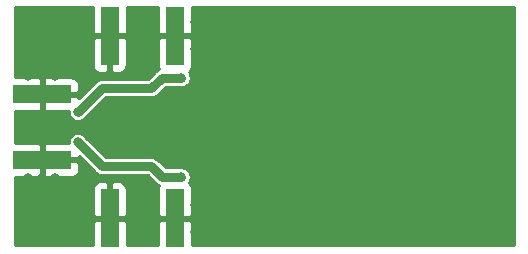
<source format=gbl>
G04 #@! TF.GenerationSoftware,KiCad,Pcbnew,5.1.10-88a1d61d58~88~ubuntu18.04.1*
G04 #@! TF.CreationDate,2021-11-13T13:18:12+01:00*
G04 #@! TF.ProjectId,rf_phase_shifter_2_45GHz,72665f70-6861-4736-955f-736869667465,1.0.0*
G04 #@! TF.SameCoordinates,Original*
G04 #@! TF.FileFunction,Copper,L2,Bot*
G04 #@! TF.FilePolarity,Positive*
%FSLAX46Y46*%
G04 Gerber Fmt 4.6, Leading zero omitted, Abs format (unit mm)*
G04 Created by KiCad (PCBNEW 5.1.10-88a1d61d58~88~ubuntu18.04.1) date 2021-11-13 13:18:12*
%MOMM*%
%LPD*%
G01*
G04 APERTURE LIST*
G04 #@! TA.AperFunction,SMDPad,CuDef*
%ADD10R,5.000000X1.600000*%
G04 #@! TD*
G04 #@! TA.AperFunction,SMDPad,CuDef*
%ADD11R,1.600000X5.000000*%
G04 #@! TD*
G04 #@! TA.AperFunction,ViaPad*
%ADD12C,5.000000*%
G04 #@! TD*
G04 #@! TA.AperFunction,ViaPad*
%ADD13C,0.800000*%
G04 #@! TD*
G04 #@! TA.AperFunction,Conductor*
%ADD14C,0.790000*%
G04 #@! TD*
G04 #@! TA.AperFunction,Conductor*
%ADD15C,0.254000*%
G04 #@! TD*
G04 #@! TA.AperFunction,Conductor*
%ADD16C,0.100000*%
G04 #@! TD*
G04 APERTURE END LIST*
D10*
X75967000Y-61698000D03*
X75967000Y-56158000D03*
D11*
X87225000Y-66654000D03*
X81685000Y-66654000D03*
X81685000Y-51202000D03*
X87225000Y-51202000D03*
D12*
X76073000Y-51181000D03*
X76073000Y-66548000D03*
X113538000Y-51181000D03*
X113538000Y-66548000D03*
D13*
X105117900Y-54025800D03*
X104228900Y-54025800D03*
X113233200Y-57810400D03*
X113233200Y-56921400D03*
X113233200Y-60045600D03*
X113233200Y-60934600D03*
X105130600Y-63830200D03*
X104241600Y-63830200D03*
X75946000Y-63246000D03*
X77089000Y-63246000D03*
X74803000Y-63246000D03*
X75946000Y-54610000D03*
X77089000Y-54610000D03*
X74803000Y-54610000D03*
X80010000Y-51181000D03*
X80010000Y-52324000D03*
X80010000Y-50038000D03*
X88900000Y-51181000D03*
X88900000Y-52324000D03*
X88900000Y-50038000D03*
X88900000Y-66675000D03*
X88900000Y-67818000D03*
X88900000Y-65532000D03*
X80010000Y-67818000D03*
X80010000Y-65532000D03*
X83820000Y-58928000D03*
X80010000Y-66675000D03*
X78994000Y-57658000D03*
X87757000Y-63119000D03*
X78994000Y-60198000D03*
X87757000Y-54737000D03*
D14*
X79062001Y-57589999D02*
X78994000Y-57658000D01*
X86106000Y-54737000D02*
X85217000Y-55626000D01*
X87757000Y-54737000D02*
X86106000Y-54737000D01*
X81026000Y-62230000D02*
X78994000Y-60198000D01*
X85217000Y-62230000D02*
X81026000Y-62230000D01*
X86106000Y-63119000D02*
X85217000Y-62230000D01*
X87757000Y-63119000D02*
X86106000Y-63119000D01*
X81026000Y-55626000D02*
X78994000Y-57658000D01*
X85217000Y-55626000D02*
X81026000Y-55626000D01*
D15*
X80250000Y-50916250D02*
X80408750Y-51075000D01*
X81558000Y-51075000D01*
X81558000Y-51055000D01*
X81812000Y-51055000D01*
X81812000Y-51075000D01*
X82961250Y-51075000D01*
X83120000Y-50916250D01*
X83122946Y-48793000D01*
X85787054Y-48793000D01*
X85790000Y-50916250D01*
X85948750Y-51075000D01*
X87098000Y-51075000D01*
X87098000Y-51055000D01*
X87352000Y-51055000D01*
X87352000Y-51075000D01*
X88501250Y-51075000D01*
X88660000Y-50916250D01*
X88662946Y-48793000D01*
X115926001Y-48793000D01*
X115926000Y-68936000D01*
X88662770Y-68936000D01*
X88660000Y-66939750D01*
X88501250Y-66781000D01*
X87352000Y-66781000D01*
X87352000Y-66801000D01*
X87098000Y-66801000D01*
X87098000Y-66781000D01*
X85948750Y-66781000D01*
X85790000Y-66939750D01*
X85787230Y-68936000D01*
X83122770Y-68936000D01*
X83120000Y-66939750D01*
X82961250Y-66781000D01*
X81812000Y-66781000D01*
X81812000Y-66801000D01*
X81558000Y-66801000D01*
X81558000Y-66781000D01*
X80408750Y-66781000D01*
X80250000Y-66939750D01*
X80247230Y-68936000D01*
X73685000Y-68936000D01*
X73685000Y-64154000D01*
X80246928Y-64154000D01*
X80250000Y-66368250D01*
X80408750Y-66527000D01*
X81558000Y-66527000D01*
X81558000Y-63677750D01*
X81812000Y-63677750D01*
X81812000Y-66527000D01*
X82961250Y-66527000D01*
X83120000Y-66368250D01*
X83123072Y-64154000D01*
X83110812Y-64029518D01*
X83074502Y-63909820D01*
X83015537Y-63799506D01*
X82936185Y-63702815D01*
X82839494Y-63623463D01*
X82729180Y-63564498D01*
X82609482Y-63528188D01*
X82485000Y-63515928D01*
X81970750Y-63519000D01*
X81812000Y-63677750D01*
X81558000Y-63677750D01*
X81399250Y-63519000D01*
X80885000Y-63515928D01*
X80760518Y-63528188D01*
X80640820Y-63564498D01*
X80530506Y-63623463D01*
X80433815Y-63702815D01*
X80354463Y-63799506D01*
X80295498Y-63909820D01*
X80259188Y-64029518D01*
X80246928Y-64154000D01*
X73685000Y-64154000D01*
X73685000Y-63135770D01*
X75681250Y-63133000D01*
X75840000Y-62974250D01*
X75840000Y-61825000D01*
X76094000Y-61825000D01*
X76094000Y-62974250D01*
X76252750Y-63133000D01*
X78467000Y-63136072D01*
X78591482Y-63123812D01*
X78711180Y-63087502D01*
X78821494Y-63028537D01*
X78918185Y-62949185D01*
X78997537Y-62852494D01*
X79056502Y-62742180D01*
X79092812Y-62622482D01*
X79105072Y-62498000D01*
X79102000Y-61983750D01*
X78943250Y-61825000D01*
X76094000Y-61825000D01*
X75840000Y-61825000D01*
X75820000Y-61825000D01*
X75820000Y-61571000D01*
X75840000Y-61571000D01*
X75840000Y-60421750D01*
X76094000Y-60421750D01*
X76094000Y-61571000D01*
X78943250Y-61571000D01*
X79102000Y-61412250D01*
X79102052Y-61403482D01*
X80450337Y-62751767D01*
X80474631Y-62781369D01*
X80504233Y-62805663D01*
X80504235Y-62805665D01*
X80522435Y-62820601D01*
X80592792Y-62878342D01*
X80616831Y-62891191D01*
X80727600Y-62950399D01*
X80873877Y-62994771D01*
X80887958Y-62996158D01*
X80987886Y-63006000D01*
X80987893Y-63006000D01*
X81026000Y-63009753D01*
X81064107Y-63006000D01*
X84895571Y-63006000D01*
X85530337Y-63640767D01*
X85554631Y-63670369D01*
X85584233Y-63694663D01*
X85584235Y-63694665D01*
X85594166Y-63702815D01*
X85672792Y-63767342D01*
X85732967Y-63799506D01*
X85807601Y-63839399D01*
X85863995Y-63856506D01*
X85835498Y-63909820D01*
X85799188Y-64029518D01*
X85786928Y-64154000D01*
X85790000Y-66368250D01*
X85948750Y-66527000D01*
X87098000Y-66527000D01*
X87098000Y-66507000D01*
X87352000Y-66507000D01*
X87352000Y-66527000D01*
X88501250Y-66527000D01*
X88660000Y-66368250D01*
X88663072Y-64154000D01*
X88650812Y-64029518D01*
X88614502Y-63909820D01*
X88555537Y-63799506D01*
X88476185Y-63702815D01*
X88379494Y-63623463D01*
X88364562Y-63615482D01*
X88449113Y-63488942D01*
X88507987Y-63346809D01*
X88538000Y-63195922D01*
X88538000Y-63042078D01*
X88507987Y-62891191D01*
X88449113Y-62749058D01*
X88363642Y-62621141D01*
X88254859Y-62512358D01*
X88126942Y-62426887D01*
X87984809Y-62368013D01*
X87833922Y-62338000D01*
X87680078Y-62338000D01*
X87654941Y-62343000D01*
X86427430Y-62343000D01*
X85792667Y-61708238D01*
X85768369Y-61678631D01*
X85650208Y-61581658D01*
X85515399Y-61509601D01*
X85369122Y-61465229D01*
X85255114Y-61454000D01*
X85255107Y-61454000D01*
X85217000Y-61450247D01*
X85178893Y-61454000D01*
X81347430Y-61454000D01*
X79614882Y-59721453D01*
X79600642Y-59700141D01*
X79491859Y-59591358D01*
X79363942Y-59505887D01*
X79221809Y-59447013D01*
X79070922Y-59417000D01*
X78917078Y-59417000D01*
X78766191Y-59447013D01*
X78624058Y-59505887D01*
X78496141Y-59591358D01*
X78387358Y-59700141D01*
X78301887Y-59828058D01*
X78243013Y-59970191D01*
X78213000Y-60121078D01*
X78213000Y-60260280D01*
X76252750Y-60263000D01*
X76094000Y-60421750D01*
X75840000Y-60421750D01*
X75681250Y-60263000D01*
X73685000Y-60260230D01*
X73685000Y-57595770D01*
X75681250Y-57593000D01*
X75840000Y-57434250D01*
X75840000Y-56285000D01*
X76094000Y-56285000D01*
X76094000Y-57434250D01*
X76252750Y-57593000D01*
X78213000Y-57595720D01*
X78213000Y-57734922D01*
X78243013Y-57885809D01*
X78301887Y-58027942D01*
X78387358Y-58155859D01*
X78496141Y-58264642D01*
X78624058Y-58350113D01*
X78766191Y-58408987D01*
X78917078Y-58439000D01*
X79070922Y-58439000D01*
X79221809Y-58408987D01*
X79363942Y-58350113D01*
X79491859Y-58264642D01*
X79600642Y-58155859D01*
X79614882Y-58134547D01*
X81347430Y-56402000D01*
X85178893Y-56402000D01*
X85217000Y-56405753D01*
X85255107Y-56402000D01*
X85255114Y-56402000D01*
X85369122Y-56390771D01*
X85515399Y-56346399D01*
X85650208Y-56274342D01*
X85768369Y-56177369D01*
X85792667Y-56147762D01*
X86427430Y-55513000D01*
X87654941Y-55513000D01*
X87680078Y-55518000D01*
X87833922Y-55518000D01*
X87984809Y-55487987D01*
X88126942Y-55429113D01*
X88254859Y-55343642D01*
X88363642Y-55234859D01*
X88449113Y-55106942D01*
X88507987Y-54964809D01*
X88538000Y-54813922D01*
X88538000Y-54660078D01*
X88507987Y-54509191D01*
X88449113Y-54367058D01*
X88364562Y-54240518D01*
X88379494Y-54232537D01*
X88476185Y-54153185D01*
X88555537Y-54056494D01*
X88614502Y-53946180D01*
X88650812Y-53826482D01*
X88663072Y-53702000D01*
X88660000Y-51487750D01*
X88501250Y-51329000D01*
X87352000Y-51329000D01*
X87352000Y-51349000D01*
X87098000Y-51349000D01*
X87098000Y-51329000D01*
X85948750Y-51329000D01*
X85790000Y-51487750D01*
X85786928Y-53702000D01*
X85799188Y-53826482D01*
X85835498Y-53946180D01*
X85863995Y-53999494D01*
X85807601Y-54016601D01*
X85672792Y-54088658D01*
X85672790Y-54088659D01*
X85672791Y-54088659D01*
X85584235Y-54161335D01*
X85584233Y-54161337D01*
X85554631Y-54185631D01*
X85530337Y-54215233D01*
X84895571Y-54850000D01*
X81064107Y-54850000D01*
X81026000Y-54846247D01*
X80987893Y-54850000D01*
X80987886Y-54850000D01*
X80887958Y-54859842D01*
X80873877Y-54861229D01*
X80727600Y-54905601D01*
X80655543Y-54944117D01*
X80592792Y-54977658D01*
X80592790Y-54977659D01*
X80592791Y-54977659D01*
X80504235Y-55050335D01*
X80504233Y-55050337D01*
X80474631Y-55074631D01*
X80450337Y-55104233D01*
X79102052Y-56452518D01*
X79102000Y-56443750D01*
X78943250Y-56285000D01*
X76094000Y-56285000D01*
X75840000Y-56285000D01*
X75820000Y-56285000D01*
X75820000Y-56031000D01*
X75840000Y-56031000D01*
X75840000Y-54881750D01*
X76094000Y-54881750D01*
X76094000Y-56031000D01*
X78943250Y-56031000D01*
X79102000Y-55872250D01*
X79105072Y-55358000D01*
X79092812Y-55233518D01*
X79056502Y-55113820D01*
X78997537Y-55003506D01*
X78918185Y-54906815D01*
X78821494Y-54827463D01*
X78711180Y-54768498D01*
X78591482Y-54732188D01*
X78467000Y-54719928D01*
X76252750Y-54723000D01*
X76094000Y-54881750D01*
X75840000Y-54881750D01*
X75681250Y-54723000D01*
X73685000Y-54720230D01*
X73685000Y-53702000D01*
X80246928Y-53702000D01*
X80259188Y-53826482D01*
X80295498Y-53946180D01*
X80354463Y-54056494D01*
X80433815Y-54153185D01*
X80530506Y-54232537D01*
X80640820Y-54291502D01*
X80760518Y-54327812D01*
X80885000Y-54340072D01*
X81399250Y-54337000D01*
X81558000Y-54178250D01*
X81558000Y-51329000D01*
X81812000Y-51329000D01*
X81812000Y-54178250D01*
X81970750Y-54337000D01*
X82485000Y-54340072D01*
X82609482Y-54327812D01*
X82729180Y-54291502D01*
X82839494Y-54232537D01*
X82936185Y-54153185D01*
X83015537Y-54056494D01*
X83074502Y-53946180D01*
X83110812Y-53826482D01*
X83123072Y-53702000D01*
X83120000Y-51487750D01*
X82961250Y-51329000D01*
X81812000Y-51329000D01*
X81558000Y-51329000D01*
X80408750Y-51329000D01*
X80250000Y-51487750D01*
X80246928Y-53702000D01*
X73685000Y-53702000D01*
X73685000Y-48793000D01*
X80247054Y-48793000D01*
X80250000Y-50916250D01*
G04 #@! TA.AperFunction,Conductor*
D16*
G36*
X80250000Y-50916250D02*
G01*
X80408750Y-51075000D01*
X81558000Y-51075000D01*
X81558000Y-51055000D01*
X81812000Y-51055000D01*
X81812000Y-51075000D01*
X82961250Y-51075000D01*
X83120000Y-50916250D01*
X83122946Y-48793000D01*
X85787054Y-48793000D01*
X85790000Y-50916250D01*
X85948750Y-51075000D01*
X87098000Y-51075000D01*
X87098000Y-51055000D01*
X87352000Y-51055000D01*
X87352000Y-51075000D01*
X88501250Y-51075000D01*
X88660000Y-50916250D01*
X88662946Y-48793000D01*
X115926001Y-48793000D01*
X115926000Y-68936000D01*
X88662770Y-68936000D01*
X88660000Y-66939750D01*
X88501250Y-66781000D01*
X87352000Y-66781000D01*
X87352000Y-66801000D01*
X87098000Y-66801000D01*
X87098000Y-66781000D01*
X85948750Y-66781000D01*
X85790000Y-66939750D01*
X85787230Y-68936000D01*
X83122770Y-68936000D01*
X83120000Y-66939750D01*
X82961250Y-66781000D01*
X81812000Y-66781000D01*
X81812000Y-66801000D01*
X81558000Y-66801000D01*
X81558000Y-66781000D01*
X80408750Y-66781000D01*
X80250000Y-66939750D01*
X80247230Y-68936000D01*
X73685000Y-68936000D01*
X73685000Y-64154000D01*
X80246928Y-64154000D01*
X80250000Y-66368250D01*
X80408750Y-66527000D01*
X81558000Y-66527000D01*
X81558000Y-63677750D01*
X81812000Y-63677750D01*
X81812000Y-66527000D01*
X82961250Y-66527000D01*
X83120000Y-66368250D01*
X83123072Y-64154000D01*
X83110812Y-64029518D01*
X83074502Y-63909820D01*
X83015537Y-63799506D01*
X82936185Y-63702815D01*
X82839494Y-63623463D01*
X82729180Y-63564498D01*
X82609482Y-63528188D01*
X82485000Y-63515928D01*
X81970750Y-63519000D01*
X81812000Y-63677750D01*
X81558000Y-63677750D01*
X81399250Y-63519000D01*
X80885000Y-63515928D01*
X80760518Y-63528188D01*
X80640820Y-63564498D01*
X80530506Y-63623463D01*
X80433815Y-63702815D01*
X80354463Y-63799506D01*
X80295498Y-63909820D01*
X80259188Y-64029518D01*
X80246928Y-64154000D01*
X73685000Y-64154000D01*
X73685000Y-63135770D01*
X75681250Y-63133000D01*
X75840000Y-62974250D01*
X75840000Y-61825000D01*
X76094000Y-61825000D01*
X76094000Y-62974250D01*
X76252750Y-63133000D01*
X78467000Y-63136072D01*
X78591482Y-63123812D01*
X78711180Y-63087502D01*
X78821494Y-63028537D01*
X78918185Y-62949185D01*
X78997537Y-62852494D01*
X79056502Y-62742180D01*
X79092812Y-62622482D01*
X79105072Y-62498000D01*
X79102000Y-61983750D01*
X78943250Y-61825000D01*
X76094000Y-61825000D01*
X75840000Y-61825000D01*
X75820000Y-61825000D01*
X75820000Y-61571000D01*
X75840000Y-61571000D01*
X75840000Y-60421750D01*
X76094000Y-60421750D01*
X76094000Y-61571000D01*
X78943250Y-61571000D01*
X79102000Y-61412250D01*
X79102052Y-61403482D01*
X80450337Y-62751767D01*
X80474631Y-62781369D01*
X80504233Y-62805663D01*
X80504235Y-62805665D01*
X80522435Y-62820601D01*
X80592792Y-62878342D01*
X80616831Y-62891191D01*
X80727600Y-62950399D01*
X80873877Y-62994771D01*
X80887958Y-62996158D01*
X80987886Y-63006000D01*
X80987893Y-63006000D01*
X81026000Y-63009753D01*
X81064107Y-63006000D01*
X84895571Y-63006000D01*
X85530337Y-63640767D01*
X85554631Y-63670369D01*
X85584233Y-63694663D01*
X85584235Y-63694665D01*
X85594166Y-63702815D01*
X85672792Y-63767342D01*
X85732967Y-63799506D01*
X85807601Y-63839399D01*
X85863995Y-63856506D01*
X85835498Y-63909820D01*
X85799188Y-64029518D01*
X85786928Y-64154000D01*
X85790000Y-66368250D01*
X85948750Y-66527000D01*
X87098000Y-66527000D01*
X87098000Y-66507000D01*
X87352000Y-66507000D01*
X87352000Y-66527000D01*
X88501250Y-66527000D01*
X88660000Y-66368250D01*
X88663072Y-64154000D01*
X88650812Y-64029518D01*
X88614502Y-63909820D01*
X88555537Y-63799506D01*
X88476185Y-63702815D01*
X88379494Y-63623463D01*
X88364562Y-63615482D01*
X88449113Y-63488942D01*
X88507987Y-63346809D01*
X88538000Y-63195922D01*
X88538000Y-63042078D01*
X88507987Y-62891191D01*
X88449113Y-62749058D01*
X88363642Y-62621141D01*
X88254859Y-62512358D01*
X88126942Y-62426887D01*
X87984809Y-62368013D01*
X87833922Y-62338000D01*
X87680078Y-62338000D01*
X87654941Y-62343000D01*
X86427430Y-62343000D01*
X85792667Y-61708238D01*
X85768369Y-61678631D01*
X85650208Y-61581658D01*
X85515399Y-61509601D01*
X85369122Y-61465229D01*
X85255114Y-61454000D01*
X85255107Y-61454000D01*
X85217000Y-61450247D01*
X85178893Y-61454000D01*
X81347430Y-61454000D01*
X79614882Y-59721453D01*
X79600642Y-59700141D01*
X79491859Y-59591358D01*
X79363942Y-59505887D01*
X79221809Y-59447013D01*
X79070922Y-59417000D01*
X78917078Y-59417000D01*
X78766191Y-59447013D01*
X78624058Y-59505887D01*
X78496141Y-59591358D01*
X78387358Y-59700141D01*
X78301887Y-59828058D01*
X78243013Y-59970191D01*
X78213000Y-60121078D01*
X78213000Y-60260280D01*
X76252750Y-60263000D01*
X76094000Y-60421750D01*
X75840000Y-60421750D01*
X75681250Y-60263000D01*
X73685000Y-60260230D01*
X73685000Y-57595770D01*
X75681250Y-57593000D01*
X75840000Y-57434250D01*
X75840000Y-56285000D01*
X76094000Y-56285000D01*
X76094000Y-57434250D01*
X76252750Y-57593000D01*
X78213000Y-57595720D01*
X78213000Y-57734922D01*
X78243013Y-57885809D01*
X78301887Y-58027942D01*
X78387358Y-58155859D01*
X78496141Y-58264642D01*
X78624058Y-58350113D01*
X78766191Y-58408987D01*
X78917078Y-58439000D01*
X79070922Y-58439000D01*
X79221809Y-58408987D01*
X79363942Y-58350113D01*
X79491859Y-58264642D01*
X79600642Y-58155859D01*
X79614882Y-58134547D01*
X81347430Y-56402000D01*
X85178893Y-56402000D01*
X85217000Y-56405753D01*
X85255107Y-56402000D01*
X85255114Y-56402000D01*
X85369122Y-56390771D01*
X85515399Y-56346399D01*
X85650208Y-56274342D01*
X85768369Y-56177369D01*
X85792667Y-56147762D01*
X86427430Y-55513000D01*
X87654941Y-55513000D01*
X87680078Y-55518000D01*
X87833922Y-55518000D01*
X87984809Y-55487987D01*
X88126942Y-55429113D01*
X88254859Y-55343642D01*
X88363642Y-55234859D01*
X88449113Y-55106942D01*
X88507987Y-54964809D01*
X88538000Y-54813922D01*
X88538000Y-54660078D01*
X88507987Y-54509191D01*
X88449113Y-54367058D01*
X88364562Y-54240518D01*
X88379494Y-54232537D01*
X88476185Y-54153185D01*
X88555537Y-54056494D01*
X88614502Y-53946180D01*
X88650812Y-53826482D01*
X88663072Y-53702000D01*
X88660000Y-51487750D01*
X88501250Y-51329000D01*
X87352000Y-51329000D01*
X87352000Y-51349000D01*
X87098000Y-51349000D01*
X87098000Y-51329000D01*
X85948750Y-51329000D01*
X85790000Y-51487750D01*
X85786928Y-53702000D01*
X85799188Y-53826482D01*
X85835498Y-53946180D01*
X85863995Y-53999494D01*
X85807601Y-54016601D01*
X85672792Y-54088658D01*
X85672790Y-54088659D01*
X85672791Y-54088659D01*
X85584235Y-54161335D01*
X85584233Y-54161337D01*
X85554631Y-54185631D01*
X85530337Y-54215233D01*
X84895571Y-54850000D01*
X81064107Y-54850000D01*
X81026000Y-54846247D01*
X80987893Y-54850000D01*
X80987886Y-54850000D01*
X80887958Y-54859842D01*
X80873877Y-54861229D01*
X80727600Y-54905601D01*
X80655543Y-54944117D01*
X80592792Y-54977658D01*
X80592790Y-54977659D01*
X80592791Y-54977659D01*
X80504235Y-55050335D01*
X80504233Y-55050337D01*
X80474631Y-55074631D01*
X80450337Y-55104233D01*
X79102052Y-56452518D01*
X79102000Y-56443750D01*
X78943250Y-56285000D01*
X76094000Y-56285000D01*
X75840000Y-56285000D01*
X75820000Y-56285000D01*
X75820000Y-56031000D01*
X75840000Y-56031000D01*
X75840000Y-54881750D01*
X76094000Y-54881750D01*
X76094000Y-56031000D01*
X78943250Y-56031000D01*
X79102000Y-55872250D01*
X79105072Y-55358000D01*
X79092812Y-55233518D01*
X79056502Y-55113820D01*
X78997537Y-55003506D01*
X78918185Y-54906815D01*
X78821494Y-54827463D01*
X78711180Y-54768498D01*
X78591482Y-54732188D01*
X78467000Y-54719928D01*
X76252750Y-54723000D01*
X76094000Y-54881750D01*
X75840000Y-54881750D01*
X75681250Y-54723000D01*
X73685000Y-54720230D01*
X73685000Y-53702000D01*
X80246928Y-53702000D01*
X80259188Y-53826482D01*
X80295498Y-53946180D01*
X80354463Y-54056494D01*
X80433815Y-54153185D01*
X80530506Y-54232537D01*
X80640820Y-54291502D01*
X80760518Y-54327812D01*
X80885000Y-54340072D01*
X81399250Y-54337000D01*
X81558000Y-54178250D01*
X81558000Y-51329000D01*
X81812000Y-51329000D01*
X81812000Y-54178250D01*
X81970750Y-54337000D01*
X82485000Y-54340072D01*
X82609482Y-54327812D01*
X82729180Y-54291502D01*
X82839494Y-54232537D01*
X82936185Y-54153185D01*
X83015537Y-54056494D01*
X83074502Y-53946180D01*
X83110812Y-53826482D01*
X83123072Y-53702000D01*
X83120000Y-51487750D01*
X82961250Y-51329000D01*
X81812000Y-51329000D01*
X81558000Y-51329000D01*
X80408750Y-51329000D01*
X80250000Y-51487750D01*
X80246928Y-53702000D01*
X73685000Y-53702000D01*
X73685000Y-48793000D01*
X80247054Y-48793000D01*
X80250000Y-50916250D01*
G37*
G04 #@! TD.AperFunction*
M02*

</source>
